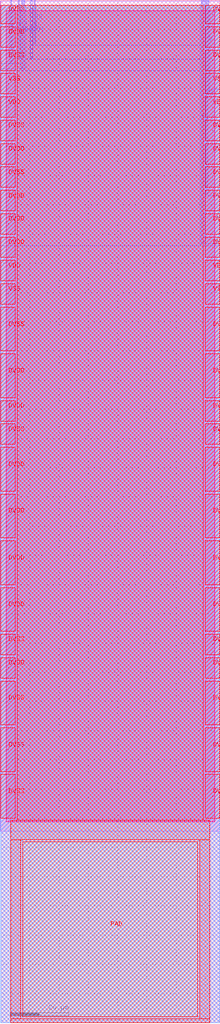
<source format=lef>
VERSION 5.7 ;
  NOWIREEXTENSIONATPIN ON ;
  DIVIDERCHAR "/" ;
  BUSBITCHARS "[]" ;
MACRO gf180mcu_ocd_io__bi_t
  CLASS PAD INOUT ;
  FOREIGN gf180mcu_ocd_io__bi_t ;
  ORIGIN 0.000 0.000 ;
  SIZE 75.000 BY 350.000 ;
  SYMMETRY X Y R90 ;
  SITE GF_IO_Site ;
  PIN A
    DIRECTION INPUT ;
    USE SIGNAL ;
    ANTENNAGATEAREA 0.504000 ;
    ANTENNADIFFAREA 1.000000 ;
    PORT
      LAYER Metal2 ;
        RECT 69.400 267.070 69.780 350.000 ;
    END
  END A
  PIN CS
    DIRECTION INPUT ;
    USE SIGNAL ;
    ANTENNAGATEAREA 0.504000 ;
    ANTENNADIFFAREA 1.000000 ;
    PORT
      LAYER Metal2 ;
        RECT 3.360 328.545 3.740 350.000 ;
    END
  END CS
  PIN DVDD
    DIRECTION INOUT ;
    USE POWER ;
    PORT
      LAYER Metal5 ;
        RECT 0.000 182.000 5.000 197.000 ;
    END
    PORT
      LAYER Metal5 ;
        RECT 0.000 214.000 5.000 229.000 ;
    END
    PORT
      LAYER Metal5 ;
        RECT 0.000 334.000 5.000 341.000 ;
    END
    PORT
      LAYER Metal5 ;
        RECT 0.000 294.000 5.000 301.000 ;
    END
    PORT
      LAYER Metal5 ;
        RECT 0.000 278.000 5.000 285.000 ;
    END
    PORT
      LAYER Metal5 ;
        RECT 0.000 270.000 5.000 277.000 ;
    END
    PORT
      LAYER Metal5 ;
        RECT 0.000 262.000 5.000 269.000 ;
    END
    PORT
      LAYER Metal5 ;
        RECT 0.000 206.000 5.000 213.000 ;
    END
    PORT
      LAYER Metal5 ;
        RECT 0.000 118.000 5.000 125.000 ;
    END
    PORT
      LAYER Metal5 ;
        RECT 0.000 134.000 5.000 149.000 ;
    END
    PORT
      LAYER Metal5 ;
        RECT 0.000 150.000 5.000 165.000 ;
    END
    PORT
      LAYER Metal5 ;
        RECT 0.000 166.000 5.000 181.000 ;
    END
    PORT
      LAYER Metal5 ;
        RECT 70.000 182.000 75.000 197.000 ;
    END
    PORT
      LAYER Metal5 ;
        RECT 70.000 214.000 75.000 229.000 ;
    END
    PORT
      LAYER Metal5 ;
        RECT 70.000 334.000 75.000 341.000 ;
    END
    PORT
      LAYER Metal5 ;
        RECT 70.000 294.000 75.000 301.000 ;
    END
    PORT
      LAYER Metal5 ;
        RECT 70.000 278.000 75.000 285.000 ;
    END
    PORT
      LAYER Metal5 ;
        RECT 70.000 270.000 75.000 277.000 ;
    END
    PORT
      LAYER Metal5 ;
        RECT 70.000 262.000 75.000 269.000 ;
    END
    PORT
      LAYER Metal5 ;
        RECT 70.000 206.000 75.000 213.000 ;
    END
    PORT
      LAYER Metal5 ;
        RECT 70.000 118.000 75.000 125.000 ;
    END
    PORT
      LAYER Metal5 ;
        RECT 70.000 134.000 75.000 149.000 ;
    END
    PORT
      LAYER Metal5 ;
        RECT 70.000 150.000 75.000 165.000 ;
    END
    PORT
      LAYER Metal5 ;
        RECT 70.000 166.000 75.000 181.000 ;
    END
  END DVDD
  PIN DVSS
    DIRECTION INOUT ;
    USE GROUND ;
    PORT
      LAYER Metal5 ;
        RECT 0.000 86.000 5.000 101.000 ;
    END
    PORT
      LAYER Metal5 ;
        RECT 0.000 70.000 5.000 85.000 ;
    END
    PORT
      LAYER Metal5 ;
        RECT 0.000 230.000 5.000 245.000 ;
    END
    PORT
      LAYER Metal5 ;
        RECT 0.000 198.000 5.000 205.000 ;
    END
    PORT
      LAYER Metal5 ;
        RECT 0.000 102.000 5.000 117.000 ;
    END
    PORT
      LAYER Metal5 ;
        RECT 0.000 126.000 5.000 133.000 ;
    END
    PORT
      LAYER Metal5 ;
        RECT 0.000 286.000 5.000 293.000 ;
    END
    PORT
      LAYER Metal5 ;
        RECT 0.000 302.000 5.000 309.000 ;
    END
    PORT
      LAYER Metal5 ;
        RECT 0.000 326.000 5.000 333.000 ;
    END
    PORT
      LAYER Metal5 ;
        RECT 0.000 342.000 5.000 348.390 ;
    END
    PORT
      LAYER Metal5 ;
        RECT 70.000 86.000 75.000 101.000 ;
    END
    PORT
      LAYER Metal5 ;
        RECT 70.000 70.000 75.000 85.000 ;
    END
    PORT
      LAYER Metal5 ;
        RECT 70.000 230.000 75.000 245.000 ;
    END
    PORT
      LAYER Metal5 ;
        RECT 70.000 198.000 75.000 205.000 ;
    END
    PORT
      LAYER Metal5 ;
        RECT 70.000 102.000 75.000 117.000 ;
    END
    PORT
      LAYER Metal5 ;
        RECT 70.000 126.000 75.000 133.000 ;
    END
    PORT
      LAYER Metal5 ;
        RECT 70.000 286.000 75.000 293.000 ;
    END
    PORT
      LAYER Metal5 ;
        RECT 70.000 302.000 75.000 309.000 ;
    END
    PORT
      LAYER Metal5 ;
        RECT 70.000 326.000 75.000 333.000 ;
    END
    PORT
      LAYER Metal5 ;
        RECT 70.000 342.000 75.000 348.390 ;
    END
  END DVSS
  PIN IE
    DIRECTION INPUT ;
    USE SIGNAL ;
    ANTENNAGATEAREA 0.504000 ;
    ANTENNADIFFAREA 1.000000 ;
    PORT
      LAYER Metal2 ;
        RECT 11.385 334.920 11.765 350.000 ;
    END
  END IE
  PIN OE
    DIRECTION INPUT ;
    USE SIGNAL ;
    ANTENNAGATEAREA 2.016000 ;
    ANTENNADIFFAREA 7.776000 ;
    PORT
      LAYER Metal2 ;
        RECT 70.130 283.445 70.510 350.000 ;
    END
  END OE
  PIN PAD
    DIRECTION INOUT ;
    USE SIGNAL ;
    ANTENNADIFFAREA 258.720001 ;
    PORT
      LAYER Metal5 ;
        RECT 7.500 2.000 67.500 62.000 ;
    END
  END PAD
  PIN PD
    DIRECTION INPUT ;
    USE SIGNAL ;
    ANTENNAGATEAREA 1.512000 ;
    ANTENNADIFFAREA 1.000000 ;
    PORT
      LAYER Metal2 ;
        RECT 10.330 330.100 10.710 350.000 ;
    END
  END PD
  PIN PDRV0
    DIRECTION INPUT ;
    USE SIGNAL ;
    ANTENNAGATEAREA 0.504000 ;
    ANTENNADIFFAREA 2.592000 ;
    PORT
      LAYER Metal2 ;
        RECT 7.110 326.870 7.490 350.000 ;
    END
  END PDRV0
  PIN PDRV1
    DIRECTION INPUT ;
    USE SIGNAL ;
    ANTENNAGATEAREA 0.504000 ;
    ANTENNADIFFAREA 2.592000 ;
    PORT
      LAYER Metal2 ;
        RECT 7.820 326.280 8.200 350.005 ;
    END
  END PDRV1
  PIN PU
    DIRECTION INPUT ;
    USE SIGNAL ;
    ANTENNAGATEAREA 1.008000 ;
    ANTENNADIFFAREA 1.795000 ;
    PORT
      LAYER Metal2 ;
        RECT 5.965 330.420 6.345 350.000 ;
    END
  END PU
  PIN SL
    DIRECTION INPUT ;
    USE SIGNAL ;
    ANTENNAGATEAREA 0.504000 ;
    ANTENNADIFFAREA 1.000000 ;
    PORT
      LAYER Metal2 ;
        RECT 68.670 266.340 69.050 350.000 ;
    END
  END SL
  PIN VDD
    DIRECTION INOUT ;
    USE POWER ;
    PORT
      LAYER Metal5 ;
        RECT 0.000 254.000 5.000 261.000 ;
    END
    PORT
      LAYER Metal5 ;
        RECT 0.000 310.000 5.000 317.000 ;
    END
    PORT
      LAYER Metal5 ;
        RECT 70.000 254.000 75.000 261.000 ;
    END
    PORT
      LAYER Metal5 ;
        RECT 70.000 310.000 75.000 317.000 ;
    END
  END VDD
  PIN VSS
    DIRECTION INOUT ;
    USE GROUND ;
    PORT
      LAYER Metal5 ;
        RECT 0.000 318.000 5.000 325.000 ;
    END
    PORT
      LAYER Metal5 ;
        RECT 0.000 246.000 5.000 253.000 ;
    END
    PORT
      LAYER Metal5 ;
        RECT 70.000 318.000 75.000 325.000 ;
    END
    PORT
      LAYER Metal5 ;
        RECT 70.000 246.000 75.000 253.000 ;
    END
  END VSS
  PIN Y
    DIRECTION OUTPUT ;
    USE SIGNAL ;
    ANTENNADIFFAREA 3.240000 ;
    PORT
      LAYER Metal2 ;
        RECT 70.860 319.900 71.240 350.000 ;
    END
  END Y
  OBS
      LAYER Nwell ;
        RECT 1.805 68.895 73.195 346.535 ;
      LAYER Metal1 ;
        RECT -0.160 65.540 75.160 349.785 ;
      LAYER Metal2 ;
        RECT 0.000 328.245 3.060 348.375 ;
        RECT 4.040 330.120 5.665 348.375 ;
        RECT 6.645 330.120 6.810 348.375 ;
        RECT 4.040 328.245 6.810 330.120 ;
        RECT 0.000 326.570 6.810 328.245 ;
        RECT 8.500 329.800 10.030 348.375 ;
        RECT 11.010 334.620 11.085 348.375 ;
        RECT 12.065 334.620 68.370 348.375 ;
        RECT 11.010 329.800 68.370 334.620 ;
        RECT 0.000 325.980 7.520 326.570 ;
        RECT 8.500 325.980 68.370 329.800 ;
        RECT 0.000 266.040 68.370 325.980 ;
        RECT 71.540 319.600 75.000 348.375 ;
        RECT 70.810 283.145 75.000 319.600 ;
        RECT 70.080 266.770 75.000 283.145 ;
        RECT 69.350 266.040 75.000 266.770 ;
        RECT 0.000 0.000 75.000 266.040 ;
      LAYER Metal3 ;
        RECT 0.000 0.000 75.000 348.390 ;
      LAYER Metal4 ;
        RECT 0.000 0.000 75.000 348.390 ;
      LAYER Metal5 ;
        RECT 5.600 69.400 69.400 348.390 ;
        RECT 3.500 62.600 71.500 69.400 ;
        RECT 3.500 1.400 6.900 62.600 ;
        RECT 68.100 1.400 71.500 62.600 ;
        RECT 3.500 0.000 71.500 1.400 ;
  END
END gf180mcu_ocd_io__bi_t
END LIBRARY


</source>
